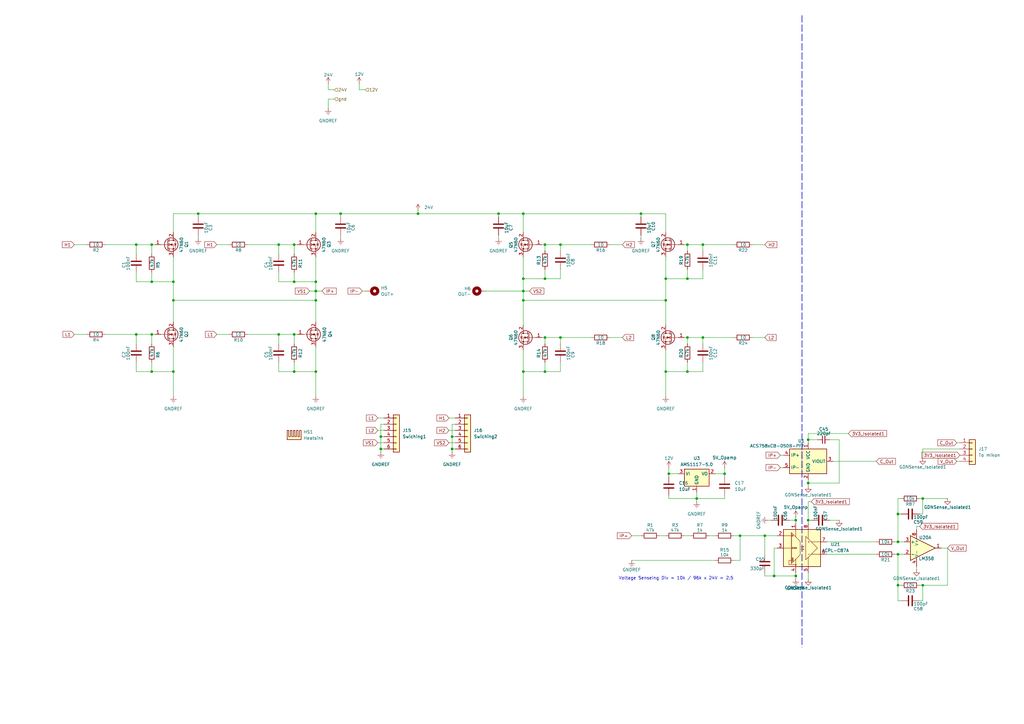
<source format=kicad_sch>
(kicad_sch (version 20250114) (generator "eeschema") (generator_version "9.0")
  (paper "A3")
  (lib_symbols
    (symbol "Amplifier_Operational:LM358" (pin_names (offset 0.127))
      (property "Reference" "U" (at 0 5.08 0))
      (property "Value" "LM358" (at 0 -5.08 0))
      (symbol "LM358_1_1"
        (pin input line (at -7.62 2.54 0) (length 2.54) (name "+") (number "3"))
        (pin input line (at -7.62 -2.54 0) (length 2.54) (name "-") (number "2"))
        (pin output line (at 7.62 0 180) (length 2.54) (name "~") (number "1"))
      )
      (symbol "LM358_2_1"
        (pin input line (at -7.62 2.54 0) (length 2.54) (name "+") (number "5"))
        (pin input line (at -7.62 -2.54 0) (length 2.54) (name "-") (number "6"))
        (pin output line (at 7.62 0 180) (length 2.54) (name "~") (number "7"))
      )
      (symbol "LM358_3_1"
        (pin power_in line (at -2.54 7.62 270) (length 3.81) (name "V+") (number "8"))
        (pin power_in line (at -2.54 -7.62 90) (length 3.81) (name "V-") (number "4"))
      )
    )
    (symbol "Connector_Generic:Conn_01x04" (pin_names (offset 1.016) (hide yes))
      (property "Reference" "J" (at 0 5.08 0))
      (property "Value" "Conn_01x04" (at 0 -7.62 0))
      (symbol "Conn_01x04_1_1"
        (pin passive line (at -5.08 2.54 0) (length 3.81) (name "Pin_1") (number "1"))
        (pin passive line (at -5.08 0 0) (length 3.81) (name "Pin_2") (number "2"))
        (pin passive line (at -5.08 -2.54 0) (length 3.81) (name "Pin_3") (number "3"))
        (pin passive line (at -5.08 -5.08 0) (length 3.81) (name "Pin_4") (number "4"))
      )
    )
    (symbol "Connector_Generic:Conn_01x06" (pin_names (offset 1.016) (hide yes))
      (property "Reference" "J" (at 0 7.62 0))
      (property "Value" "Conn_01x06" (at 0 -10.16 0))
      (symbol "Conn_01x06_1_1"
        (pin passive line (at -5.08 5.08 0) (length 3.81) (name "Pin_1") (number "1"))
        (pin passive line (at -5.08 2.54 0) (length 3.81) (name "Pin_2") (number "2"))
        (pin passive line (at -5.08 0 0) (length 3.81) (name "Pin_3") (number "3"))
        (pin passive line (at -5.08 -2.54 0) (length 3.81) (name "Pin_4") (number "4"))
        (pin passive line (at -5.08 -5.08 0) (length 3.81) (name "Pin_5") (number "5"))
        (pin passive line (at -5.08 -7.62 0) (length 3.81) (name "Pin_6") (number "6"))
      )
    )
    (symbol "Device:C" (pin_numbers (hide yes)) (pin_names (offset 0.254))
      (property "Reference" "C" (at 0.635 2.54 0))
      (property "Value" "C" (at 0.635 -2.54 0))
      (symbol "C_1_1"
        (pin passive line (at 0 3.81 270) (length 2.794) (name "~") (number "1"))
        (pin passive line (at 0 -3.81 90) (length 2.794) (name "~") (number "2"))
      )
    )
    (symbol "Device:C_Small" (pin_numbers (hide yes)) (pin_names (offset 0.254) (hide yes))
      (property "Reference" "C" (at 0.254 1.778 0))
      (property "Value" "C_Small" (at 0.254 -2.032 0))
      (symbol "C_Small_1_1"
        (pin passive line (at 0 2.54 270) (length 2.032) (name "~") (number "1"))
        (pin passive line (at 0 -2.54 90) (length 2.032) (name "~") (number "2"))
      )
    )
    (symbol "Device:R" (pin_numbers (hide yes)) (pin_names (offset 0))
      (property "Reference" "R" (at 2.032 0 90))
      (property "Value" "R" (at 0 0 90))
      (symbol "R_1_1"
        (pin passive line (at 0 3.81 270) (length 1.27) (name "~") (number "1"))
        (pin passive line (at 0 -3.81 90) (length 1.27) (name "~") (number "2"))
      )
    )
    (symbol "Isolator_Analog:ACPL-C87A" (pin_names (offset 0) (hide yes))
      (property "Reference" "U" (at -5.08 10.795 0))
      (property "Value" "ACPL-C87A" (at -5.08 8.89 0))
      (symbol "ACPL-C87A_0_0"
        (text "IN" (at -3.81 5.08 900) (effects (font (size 0.508 0.508))))
        (text "GND" (at -3.81 -4.699 900) (effects (font (size 0.508 0.508))))
        (text "SHDN" (at -3.048 0 0) (effects (font (size 0.508 0.508))))
      )
      (symbol "ACPL-C87A_1_1"
        (pin input line (at -10.16 5.08 0) (length 2.54) (name "IN") (number "2"))
        (pin input line (at -10.16 0 0) (length 2.54) (name "IN-") (number "3"))
        (pin power_in line (at -2.54 10.16 270) (length 2.54) (name "VDD1") (number "1"))
        (pin power_in line (at -2.54 -10.16 90) (length 2.54) (name "GND1") (number "4"))
        (pin power_in line (at 2.54 10.16 270) (length 2.54) (name "VDD2") (number "8"))
        (pin power_in line (at 2.54 -10.16 90) (length 2.54) (name "GND2") (number "5"))
        (pin output line (at 10.16 2.54 180) (length 2.54) (name "OUT+") (number "7"))
        (pin output line (at 10.16 -2.54 180) (length 2.54) (name "OUT-") (number "6"))
      )
    )
    (symbol "Mechanical:Heatsink" (pin_names (offset 1.016))
      (property "Reference" "HS" (at 0 5.08 0))
      (property "Value" "Heatsink" (at 0 -1.27 0))
    )
    (symbol "Mechanical:MountingHole_Pad" (pin_numbers (hide yes)) (pin_names (offset 1.016) (hide yes)) (exclude_from_sim yes) (in_bom no)
      (property "Reference" "H" (at 0 6.35 0))
      (property "Value" "MountingHole_Pad" (at 0 4.445 0))
      (symbol "MountingHole_Pad_1_1"
        (pin input line (at 0 -2.54 90) (length 2.54) (name "1") (number "1"))
      )
    )
    (symbol "Regulator_Linear:AMS1117-5.0"
      (property "Reference" "U" (at -3.81 3.175 0))
      (property "Value" "AMS1117-5.0" (at 0 3.175 0))
      (symbol "AMS1117-5.0_1_1"
        (pin power_in line (at -7.62 0 0) (length 2.54) (name "VI") (number "3"))
        (pin power_in line (at 0 -7.62 90) (length 2.54) (name "GND") (number "1"))
        (pin power_out line (at 7.62 0 180) (length 2.54) (name "VO") (number "2"))
      )
    )
    (symbol "Sensor_Current:ACS758xCB-050B-PFF"
      (property "Reference" "U" (at -7.62 6.35 0))
      (property "Value" "ACS758xCB-050B-PFF" (at 2.54 6.35 0))
      (symbol "ACS758xCB-050B-PFF_1_1"
        (pin passive line (at -10.16 2.54 0) (length 2.54) (name "IP+") (number "4"))
        (pin passive line (at -10.16 -2.54 0) (length 2.54) (name "IP-") (number "5"))
        (pin power_in line (at 0 7.62 270) (length 2.54) (name "VCC") (number "1"))
        (pin power_in line (at 0 -7.62 90) (length 2.54) (name "GND") (number "2"))
        (pin output line (at 10.16 0 180) (length 2.54) (name "VIOUT") (number "3"))
      )
    )
    (symbol "Transistor_FET:IRF540N" (pin_names (hide yes))
      (property "Reference" "Q" (at 5.08 1.905 0))
      (property "Value" "IRF540N" (at 5.08 0 0))
      (symbol "IRF540N_1_1"
        (pin input line (at -5.08 0 0) (length 2.54) (name "G") (number "1"))
        (pin passive line (at 2.54 5.08 270) (length 2.54) (name "D") (number "2"))
        (pin passive line (at 2.54 -5.08 90) (length 2.54) (name "S") (number "3"))
      )
    )
    (symbol "power:+48V" (power) (pin_numbers (hide yes)) (pin_names (offset 0) (hide yes))
      (property "Value" "+48V" (at 0 3.556 0))
      (symbol "+48V_1_1"
        (pin power_in line (at 0 0 90) (length 0) (name "~") (number "1"))
      )
    )
    (symbol "power:GND" (power) (pin_numbers (hide yes)) (pin_names (offset 0) (hide yes))
      (property "Value" "GND" (at 0 -3.81 0))
      (symbol "GND_1_1"
        (pin power_in line (at 0 0 270) (length 0) (name "~") (number "1"))
      )
    )
    (symbol "power:GNDREF" (power) (pin_numbers (hide yes)) (pin_names (offset 0) (hide yes))
      (property "Value" "GNDREF" (at 0 -3.81 0))
      (symbol "GNDREF_1_1"
        (pin power_in line (at 0 0 270) (length 0) (name "~") (number "1"))
      )
    )
  )
  (text "Voltage Senseing Div = 10k / 96k x 24V = 2.5\n" (at 253.746 237.236 0) (effects (font (size 1.27 1.27)) (justify left)))
  (junction (at 62.23 115.57))
  (junction (at 214.63 114.3))
  (junction (at 326.39 236.22))
  (junction (at 378.46 240.03))
  (junction (at 273.05 123.19))
  (junction (at 71.12 115.57))
  (junction (at 156.21 184.15))
  (junction (at 71.12 123.19))
  (junction (at 281.94 138.43))
  (junction (at 114.3 137.16))
  (junction (at 223.52 100.33))
  (junction (at 331.47 213.36))
  (junction (at 120.65 100.33))
  (junction (at 313.69 219.71))
  (junction (at 114.3 100.33))
  (junction (at 273.05 114.3))
  (junction (at 262.89 87.63))
  (junction (at 223.52 138.43))
  (junction (at 71.12 152.4))
  (junction (at 62.23 100.33))
  (junction (at 303.53 219.71))
  (junction (at 62.23 152.4))
  (junction (at 185.42 184.15))
  (junction (at 129.54 119.38))
  (junction (at 62.23 137.16))
  (junction (at 171.45 87.63))
  (junction (at 281.94 114.3))
  (junction (at 331.47 180.34))
  (junction (at 317.5 236.22))
  (junction (at 129.54 123.19))
  (junction (at 281.94 100.33))
  (junction (at 229.87 100.33))
  (junction (at 129.54 87.63))
  (junction (at 129.54 152.4))
  (junction (at 214.63 152.4))
  (junction (at 55.88 100.33))
  (junction (at 288.29 100.33))
  (junction (at 120.65 137.16))
  (junction (at 368.3 240.03))
  (junction (at 223.52 114.3))
  (junction (at 214.63 87.63))
  (junction (at 285.75 204.47))
  (junction (at 120.65 115.57))
  (junction (at 326.39 213.36))
  (junction (at 204.47 87.63))
  (junction (at 297.18 194.31))
  (junction (at 229.87 138.43))
  (junction (at 55.88 137.16))
  (junction (at 281.94 152.4))
  (junction (at 214.63 123.19))
  (junction (at 368.3 210.82))
  (junction (at 273.05 152.4))
  (junction (at 331.47 198.12))
  (junction (at 185.42 179.07))
  (junction (at 139.7 87.63))
  (junction (at 378.46 204.47))
  (junction (at 274.32 194.31))
  (junction (at 223.52 152.4))
  (junction (at 368.3 227.33))
  (junction (at 368.3 222.25))
  (junction (at 214.63 119.38))
  (junction (at 129.54 115.57))
  (junction (at 81.28 87.63))
  (junction (at 288.29 138.43))
  (junction (at 156.21 179.07))
  (junction (at 120.65 152.4))
  (wire (pts (xy 273.05 152.4) (xy 281.94 152.4)))
  (wire (pts (xy 214.63 152.4) (xy 223.52 152.4)))
  (wire (pts (xy 134.62 34.29) (xy 134.62 36.83)))
  (wire (pts (xy 368.3 210.82) (xy 368.3 222.25)))
  (wire (pts (xy 43.18 137.16) (xy 55.88 137.16)))
  (wire (pts (xy 288.29 138.43) (xy 300.99 138.43)))
  (wire (pts (xy 274.32 203.2) (xy 274.32 204.47)))
  (wire (pts (xy 331.47 205.74) (xy 332.74 205.74)))
  (wire (pts (xy 120.65 100.33) (xy 121.92 100.33)))
  (wire (pts (xy 331.47 214.63) (xy 331.47 213.36)))
  (wire (pts (xy 326.39 236.22) (xy 326.39 237.49)))
  (wire (pts (xy 368.3 222.25) (xy 370.84 222.25)))
  (wire (pts (xy 147.32 36.83) (xy 149.86 36.83)))
  (wire (pts (xy 229.87 100.33) (xy 229.87 102.87)))
  (wire (pts (xy 62.23 140.97) (xy 62.23 137.16)))
  (wire (pts (xy 229.87 138.43) (xy 229.87 140.97)))
  (wire (pts (xy 331.47 180.34) (xy 331.47 181.61)))
  (wire (pts (xy 339.09 227.33) (xy 359.41 227.33)))
  (wire (pts (xy 223.52 102.87) (xy 223.52 100.33)))
  (wire (pts (xy 331.47 234.95) (xy 331.47 237.49)))
  (wire (pts (xy 229.87 110.49) (xy 229.87 114.3)))
  (wire (pts (xy 367.03 227.33) (xy 368.3 227.33)))
  (wire (pts (xy 293.37 194.31) (xy 297.18 194.31)))
  (wire (pts (xy 30.48 100.33) (xy 35.56 100.33)))
  (wire (pts (xy 129.54 152.4) (xy 129.54 162.56)))
  (wire (pts (xy 297.18 195.58) (xy 297.18 194.31)))
  (wire (pts (xy 331.47 177.8) (xy 331.47 180.34)))
  (wire (pts (xy 273.05 152.4) (xy 273.05 162.56)))
  (wire (pts (xy 331.47 198.12) (xy 344.17 198.12)))
  (wire (pts (xy 184.15 176.53) (xy 186.69 176.53)))
  (wire (pts (xy 288.29 110.49) (xy 288.29 114.3)))
  (wire (pts (xy 62.23 115.57) (xy 71.12 115.57)))
  (wire (pts (xy 259.08 219.71) (xy 262.89 219.71)))
  (wire (pts (xy 127 119.38) (xy 129.54 119.38)))
  (wire (pts (xy 273.05 114.3) (xy 281.94 114.3)))
  (wire (pts (xy 114.3 100.33) (xy 114.3 104.14)))
  (wire (pts (xy 318.77 219.71) (xy 313.69 219.71)))
  (wire (pts (xy 308.61 138.43) (xy 313.69 138.43)))
  (wire (pts (xy 378.46 204.47) (xy 388.62 204.47)))
  (wire (pts (xy 62.23 100.33) (xy 63.5 100.33)))
  (wire (pts (xy 81.28 87.63) (xy 81.28 88.9)))
  (wire (pts (xy 326.39 214.63) (xy 326.39 213.36)))
  (wire (pts (xy 368.3 227.33) (xy 368.3 240.03)))
  (wire (pts (xy 281.94 148.59) (xy 281.94 152.4)))
  (wire (pts (xy 55.88 152.4) (xy 62.23 152.4)))
  (wire (pts (xy 171.45 86.36) (xy 171.45 87.63)))
  (wire (pts (xy 313.69 234.95) (xy 313.69 236.22)))
  (wire (pts (xy 120.65 152.4) (xy 129.54 152.4)))
  (wire (pts (xy 280.67 219.71) (xy 283.21 219.71)))
  (polyline (pts (xy 328.93 6.35) (xy 328.93 265.43)) (stroke (width 0.254) (type dash)))
  (wire (pts (xy 120.65 111.76) (xy 120.65 115.57)))
  (wire (pts (xy 223.52 110.49) (xy 223.52 114.3)))
  (wire (pts (xy 129.54 142.24) (xy 129.54 152.4)))
  (wire (pts (xy 378.46 240.03) (xy 377.19 240.03)))
  (wire (pts (xy 288.29 100.33) (xy 300.99 100.33)))
  (wire (pts (xy 101.6 100.33) (xy 114.3 100.33)))
  (wire (pts (xy 303.53 219.71) (xy 313.69 219.71)))
  (wire (pts (xy 273.05 143.51) (xy 273.05 152.4)))
  (wire (pts (xy 134.62 40.64) (xy 137.16 40.64)))
  (wire (pts (xy 392.43 181.61) (xy 393.7 181.61)))
  (wire (pts (xy 129.54 87.63) (xy 129.54 95.25)))
  (wire (pts (xy 270.51 219.71) (xy 273.05 219.71)))
  (wire (pts (xy 214.63 143.51) (xy 214.63 152.4)))
  (wire (pts (xy 331.47 180.34) (xy 335.28 180.34)))
  (wire (pts (xy 214.63 87.63) (xy 262.89 87.63)))
  (wire (pts (xy 378.46 240.03) (xy 388.62 240.03)))
  (wire (pts (xy 326.39 213.36) (xy 323.85 213.36)))
  (wire (pts (xy 368.3 204.47) (xy 368.3 210.82)))
  (wire (pts (xy 326.39 234.95) (xy 326.39 236.22)))
  (wire (pts (xy 71.12 105.41) (xy 71.12 115.57)))
  (wire (pts (xy 303.53 219.71) (xy 300.99 219.71)))
  (wire (pts (xy 214.63 152.4) (xy 214.63 162.56)))
  (wire (pts (xy 259.08 229.87) (xy 293.37 229.87)))
  (wire (pts (xy 331.47 213.36) (xy 332.74 213.36)))
  (wire (pts (xy 229.87 138.43) (xy 223.52 138.43)))
  (wire (pts (xy 300.99 229.87) (xy 303.53 229.87)))
  (wire (pts (xy 55.88 100.33) (xy 62.23 100.33)))
  (wire (pts (xy 288.29 100.33) (xy 288.29 102.87)))
  (wire (pts (xy 214.63 87.63) (xy 214.63 95.25)))
  (wire (pts (xy 184.15 171.45) (xy 186.69 171.45)))
  (wire (pts (xy 229.87 114.3) (xy 223.52 114.3)))
  (wire (pts (xy 378.46 204.47) (xy 377.19 204.47)))
  (wire (pts (xy 154.94 176.53) (xy 157.48 176.53)))
  (wire (pts (xy 273.05 123.19) (xy 273.05 133.35)))
  (wire (pts (xy 331.47 199.39) (xy 331.47 198.12)))
  (wire (pts (xy 262.89 87.63) (xy 262.89 88.9)))
  (wire (pts (xy 55.88 115.57) (xy 62.23 115.57)))
  (wire (pts (xy 185.42 179.07) (xy 185.42 173.99)))
  (wire (pts (xy 120.65 148.59) (xy 120.65 152.4)))
  (wire (pts (xy 129.54 105.41) (xy 129.54 115.57)))
  (wire (pts (xy 273.05 123.19) (xy 214.63 123.19)))
  (wire (pts (xy 288.29 138.43) (xy 281.94 138.43)))
  (wire (pts (xy 278.13 194.31) (xy 274.32 194.31)))
  (wire (pts (xy 114.3 148.59) (xy 114.3 152.4)))
  (wire (pts (xy 71.12 142.24) (xy 71.12 152.4)))
  (wire (pts (xy 318.77 224.79) (xy 317.5 224.79)))
  (wire (pts (xy 184.15 181.61) (xy 186.69 181.61)))
  (wire (pts (xy 55.88 148.59) (xy 55.88 152.4)))
  (wire (pts (xy 250.19 138.43) (xy 255.27 138.43)))
  (wire (pts (xy 331.47 198.12) (xy 331.47 196.85)))
  (wire (pts (xy 214.63 123.19) (xy 214.63 133.35)))
  (wire (pts (xy 71.12 95.25) (xy 71.12 87.63)))
  (wire (pts (xy 377.19 210.82) (xy 378.46 210.82)))
  (wire (pts (xy 303.53 229.87) (xy 303.53 219.71)))
  (wire (pts (xy 262.89 87.63) (xy 273.05 87.63)))
  (wire (pts (xy 378.46 210.82) (xy 378.46 204.47)))
  (wire (pts (xy 214.63 105.41) (xy 214.63 114.3)))
  (wire (pts (xy 288.29 148.59) (xy 288.29 152.4)))
  (wire (pts (xy 120.65 140.97) (xy 120.65 137.16)))
  (wire (pts (xy 81.28 97.79) (xy 81.28 96.52)))
  (wire (pts (xy 297.18 203.2) (xy 297.18 204.47)))
  (wire (pts (xy 367.03 222.25) (xy 368.3 222.25)))
  (wire (pts (xy 344.17 180.34) (xy 344.17 198.12)))
  (wire (pts (xy 308.61 100.33) (xy 313.69 100.33)))
  (wire (pts (xy 55.88 111.76) (xy 55.88 115.57)))
  (wire (pts (xy 114.3 100.33) (xy 120.65 100.33)))
  (wire (pts (xy 121.92 137.16) (xy 120.65 137.16)))
  (wire (pts (xy 129.54 119.38) (xy 129.54 123.19)))
  (wire (pts (xy 185.42 184.15) (xy 186.69 184.15)))
  (wire (pts (xy 273.05 114.3) (xy 273.05 105.41)))
  (wire (pts (xy 285.75 204.47) (xy 285.75 205.74)))
  (wire (pts (xy 156.21 173.99) (xy 157.48 173.99)))
  (wire (pts (xy 229.87 148.59) (xy 229.87 152.4)))
  (wire (pts (xy 281.94 138.43) (xy 280.67 138.43)))
  (wire (pts (xy 229.87 138.43) (xy 242.57 138.43)))
  (wire (pts (xy 288.29 100.33) (xy 281.94 100.33)))
  (wire (pts (xy 114.3 111.76) (xy 114.3 115.57)))
  (wire (pts (xy 288.29 138.43) (xy 288.29 140.97)))
  (wire (pts (xy 375.92 215.9) (xy 375.92 217.17)))
  (wire (pts (xy 320.04 186.69) (xy 321.31 186.69)))
  (wire (pts (xy 388.62 224.79) (xy 388.62 240.03)))
  (wire (pts (xy 229.87 152.4) (xy 223.52 152.4)))
  (wire (pts (xy 71.12 115.57) (xy 71.12 123.19)))
  (wire (pts (xy 185.42 185.42) (xy 185.42 184.15)))
  (wire (pts (xy 139.7 87.63) (xy 171.45 87.63)))
  (wire (pts (xy 81.28 87.63) (xy 129.54 87.63)))
  (wire (pts (xy 156.21 179.07) (xy 156.21 173.99)))
  (wire (pts (xy 262.89 97.79) (xy 262.89 96.52)))
  (wire (pts (xy 30.48 137.16) (xy 35.56 137.16)))
  (wire (pts (xy 223.52 138.43) (xy 222.25 138.43)))
  (wire (pts (xy 369.57 246.38) (xy 368.3 246.38)))
  (wire (pts (xy 204.47 97.79) (xy 204.47 96.52)))
  (wire (pts (xy 62.23 104.14) (xy 62.23 100.33)))
  (wire (pts (xy 185.42 179.07) (xy 186.69 179.07)))
  (wire (pts (xy 129.54 115.57) (xy 129.54 119.38)))
  (wire (pts (xy 313.69 219.71) (xy 313.69 227.33)))
  (wire (pts (xy 199.39 119.38) (xy 214.63 119.38)))
  (wire (pts (xy 377.19 215.9) (xy 375.92 215.9)))
  (wire (pts (xy 368.3 227.33) (xy 370.84 227.33)))
  (wire (pts (xy 114.3 115.57) (xy 120.65 115.57)))
  (wire (pts (xy 297.18 191.77) (xy 297.18 194.31)))
  (wire (pts (xy 43.18 100.33) (xy 55.88 100.33)))
  (wire (pts (xy 120.65 115.57) (xy 129.54 115.57)))
  (wire (pts (xy 281.94 140.97) (xy 281.94 138.43)))
  (wire (pts (xy 62.23 111.76) (xy 62.23 115.57)))
  (wire (pts (xy 369.57 240.03) (xy 368.3 240.03)))
  (wire (pts (xy 317.5 236.22) (xy 326.39 236.22)))
  (wire (pts (xy 139.7 88.9) (xy 139.7 87.63)))
  (wire (pts (xy 156.21 184.15) (xy 156.21 179.07)))
  (wire (pts (xy 171.45 87.63) (xy 204.47 87.63)))
  (wire (pts (xy 392.43 189.23) (xy 393.7 189.23)))
  (wire (pts (xy 71.12 152.4) (xy 71.12 162.56)))
  (wire (pts (xy 62.23 137.16) (xy 63.5 137.16)))
  (wire (pts (xy 285.75 201.93) (xy 285.75 204.47)))
  (wire (pts (xy 129.54 123.19) (xy 129.54 132.08)))
  (wire (pts (xy 55.88 100.33) (xy 55.88 104.14)))
  (wire (pts (xy 316.23 213.36) (xy 314.96 213.36)))
  (wire (pts (xy 120.65 104.14) (xy 120.65 100.33)))
  (wire (pts (xy 340.36 213.36) (xy 344.17 213.36)))
  (wire (pts (xy 369.57 210.82) (xy 368.3 210.82)))
  (wire (pts (xy 214.63 114.3) (xy 214.63 119.38)))
  (wire (pts (xy 280.67 100.33) (xy 281.94 100.33)))
  (wire (pts (xy 326.39 212.09) (xy 326.39 213.36)))
  (wire (pts (xy 139.7 97.79) (xy 139.7 96.52)))
  (wire (pts (xy 156.21 184.15) (xy 157.48 184.15)))
  (wire (pts (xy 229.87 100.33) (xy 242.57 100.33)))
  (wire (pts (xy 114.3 137.16) (xy 120.65 137.16)))
  (wire (pts (xy 340.36 180.34) (xy 344.17 180.34)))
  (wire (pts (xy 71.12 123.19) (xy 71.12 132.08)))
  (wire (pts (xy 378.46 184.15) (xy 393.7 184.15)))
  (wire (pts (xy 129.54 119.38) (xy 132.08 119.38)))
  (wire (pts (xy 331.47 205.74) (xy 331.47 213.36)))
  (wire (pts (xy 62.23 152.4) (xy 71.12 152.4)))
  (wire (pts (xy 281.94 110.49) (xy 281.94 114.3)))
  (wire (pts (xy 313.69 236.22) (xy 317.5 236.22)))
  (wire (pts (xy 114.3 137.16) (xy 114.3 140.97)))
  (wire (pts (xy 71.12 87.63) (xy 81.28 87.63)))
  (wire (pts (xy 114.3 152.4) (xy 120.65 152.4)))
  (wire (pts (xy 156.21 179.07) (xy 157.48 179.07)))
  (wire (pts (xy 204.47 87.63) (xy 214.63 87.63)))
  (wire (pts (xy 273.05 114.3) (xy 273.05 123.19)))
  (wire (pts (xy 214.63 114.3) (xy 223.52 114.3)))
  (wire (pts (xy 274.32 204.47) (xy 285.75 204.47)))
  (wire (pts (xy 88.9 137.16) (xy 93.98 137.16)))
  (wire (pts (xy 214.63 119.38) (xy 214.63 123.19)))
  (wire (pts (xy 134.62 44.45) (xy 134.62 40.64)))
  (wire (pts (xy 229.87 100.33) (xy 223.52 100.33)))
  (wire (pts (xy 339.09 222.25) (xy 359.41 222.25)))
  (wire (pts (xy 154.94 171.45) (xy 157.48 171.45)))
  (wire (pts (xy 185.42 173.99) (xy 186.69 173.99)))
  (wire (pts (xy 369.57 204.47) (xy 368.3 204.47)))
  (wire (pts (xy 134.62 36.83) (xy 137.16 36.83)))
  (wire (pts (xy 204.47 87.63) (xy 204.47 88.9)))
  (wire (pts (xy 331.47 177.8) (xy 347.98 177.8)))
  (wire (pts (xy 62.23 148.59) (xy 62.23 152.4)))
  (wire (pts (xy 223.52 100.33) (xy 222.25 100.33)))
  (wire (pts (xy 154.94 181.61) (xy 157.48 181.61)))
  (wire (pts (xy 273.05 87.63) (xy 273.05 95.25)))
  (wire (pts (xy 274.32 194.31) (xy 274.32 195.58)))
  (wire (pts (xy 156.21 185.42) (xy 156.21 184.15)))
  (wire (pts (xy 317.5 224.79) (xy 317.5 236.22)))
  (wire (pts (xy 377.19 246.38) (xy 378.46 246.38)))
  (wire (pts (xy 147.32 34.29) (xy 147.32 36.83)))
  (wire (pts (xy 88.9 100.33) (xy 93.98 100.33)))
  (wire (pts (xy 223.52 140.97) (xy 223.52 138.43)))
  (wire (pts (xy 250.19 100.33) (xy 255.27 100.33)))
  (wire (pts (xy 290.83 219.71) (xy 293.37 219.71)))
  (wire (pts (xy 71.12 123.19) (xy 129.54 123.19)))
  (wire (pts (xy 378.46 246.38) (xy 378.46 240.03)))
  (wire (pts (xy 341.63 189.23) (xy 359.41 189.23)))
  (wire (pts (xy 185.42 184.15) (xy 185.42 179.07)))
  (wire (pts (xy 223.52 148.59) (xy 223.52 152.4)))
  (wire (pts (xy 214.63 119.38) (xy 217.17 119.38)))
  (wire (pts (xy 320.04 191.77) (xy 321.31 191.77)))
  (wire (pts (xy 55.88 137.16) (xy 62.23 137.16)))
  (wire (pts (xy 281.94 102.87) (xy 281.94 100.33)))
  (wire (pts (xy 101.6 137.16) (xy 114.3 137.16)))
  (wire (pts (xy 288.29 152.4) (xy 281.94 152.4)))
  (wire (pts (xy 274.32 191.77) (xy 274.32 194.31)))
  (wire (pts (xy 285.75 204.47) (xy 297.18 204.47)))
  (wire (pts (xy 288.29 114.3) (xy 281.94 114.3)))
  (wire (pts (xy 129.54 87.63) (xy 139.7 87.63)))
  (wire (pts (xy 148.59 119.38) (xy 149.86 119.38)))
  (wire (pts (xy 378.46 184.15) (xy 378.46 187.96)))
  (wire (pts (xy 386.08 224.79) (xy 388.62 224.79)))
  (wire (pts (xy 375.92 232.41) (xy 375.92 233.68)))
  (wire (pts (xy 368.3 246.38) (xy 368.3 240.03)))
  (wire (pts (xy 55.88 137.16) (xy 55.88 140.97)))
  (global_label "3V3_Isolated1" (shape input) (at 347.98 177.8 0) (property "Intersheetrefs" "${INTERSHEET_REFS}" (effects (hide yes))))
  (global_label "L1" (shape input) (at 154.94 171.45 180) (property "Intersheetrefs" "${INTERSHEET_REFS}" (effects (hide yes))))
  (global_label "C_Out" (shape input) (at 392.43 181.61 180) (property "Intersheetrefs" "${INTERSHEET_REFS}" (effects (hide yes))))
  (global_label "V_Out" (shape input) (at 392.43 189.23 180) (property "Intersheetrefs" "${INTERSHEET_REFS}" (effects (hide yes))))
  (global_label "L2" (shape input) (at 154.94 176.53 180) (property "Intersheetrefs" "${INTERSHEET_REFS}" (effects (hide yes))))
  (global_label "H1" (shape input) (at 30.48 100.33 180) (property "Intersheetrefs" "${INTERSHEET_REFS}" (effects (hide yes))))
  (global_label "L2" (shape input) (at 313.69 138.43 0) (property "Intersheetrefs" "${INTERSHEET_REFS}" (effects (hide yes))))
  (global_label "IP-" (shape input) (at 320.04 191.77 180) (property "Intersheetrefs" "${INTERSHEET_REFS}" (effects (hide yes))))
  (global_label "H2" (shape input) (at 313.69 100.33 0) (property "Intersheetrefs" "${INTERSHEET_REFS}" (effects (hide yes))))
  (global_label "IP+" (shape input) (at 320.04 186.69 180) (property "Intersheetrefs" "${INTERSHEET_REFS}" (effects (hide yes))))
  (global_label "3V3_Isolated1" (shape input) (at 393.7 186.69 180) (property "Intersheetrefs" "${INTERSHEET_REFS}" (effects (hide yes))))
  (global_label "3V3_Isolated1" (shape input) (at 332.74 205.74 0) (property "Intersheetrefs" "${INTERSHEET_REFS}" (effects (hide yes))))
  (global_label "L2" (shape input) (at 255.27 138.43 0) (property "Intersheetrefs" "${INTERSHEET_REFS}" (effects (hide yes))))
  (global_label "H2" (shape input) (at 184.15 176.53 180) (property "Intersheetrefs" "${INTERSHEET_REFS}" (effects (hide yes))))
  (global_label "IP-" (shape input) (at 148.59 119.38 180) (property "Intersheetrefs" "${INTERSHEET_REFS}" (effects (hide yes))))
  (global_label "H1" (shape input) (at 88.9 100.33 180) (property "Intersheetrefs" "${INTERSHEET_REFS}" (effects (hide yes))))
  (global_label "VS2" (shape input) (at 184.15 181.61 180) (property "Intersheetrefs" "${INTERSHEET_REFS}" (effects (hide yes))))
  (global_label "3V3_Isolated1" (shape input) (at 377.19 215.9 0) (property "Intersheetrefs" "${INTERSHEET_REFS}" (effects (hide yes))))
  (global_label "IP+" (shape input) (at 259.08 219.71 180) (property "Intersheetrefs" "${INTERSHEET_REFS}" (effects (hide yes))))
  (global_label "L1" (shape input) (at 30.48 137.16 180) (property "Intersheetrefs" "${INTERSHEET_REFS}" (effects (hide yes))))
  (global_label "C_Out" (shape input) (at 359.41 189.23 0) (property "Intersheetrefs" "${INTERSHEET_REFS}" (effects (hide yes))))
  (global_label "VS1" (shape input) (at 154.94 181.61 180) (property "Intersheetrefs" "${INTERSHEET_REFS}" (effects (hide yes))))
  (global_label "V_Out" (shape input) (at 388.62 224.79 0) (property "Intersheetrefs" "${INTERSHEET_REFS}" (effects (hide yes))))
  (global_label "H2" (shape input) (at 255.27 100.33 0) (property "Intersheetrefs" "${INTERSHEET_REFS}" (effects (hide yes))))
  (global_label "VS2" (shape input) (at 217.17 119.38 0) (property "Intersheetrefs" "${INTERSHEET_REFS}" (effects (hide yes))))
  (global_label "H1" (shape input) (at 184.15 171.45 180) (property "Intersheetrefs" "${INTERSHEET_REFS}" (effects (hide yes))))
  (global_label "VS1" (shape input) (at 127 119.38 180) (property "Intersheetrefs" "${INTERSHEET_REFS}" (effects (hide yes))))
  (global_label "L1" (shape input) (at 88.9 137.16 180) (property "Intersheetrefs" "${INTERSHEET_REFS}" (effects (hide yes))))
  (global_label "IP+" (shape input) (at 132.08 119.38 0) (property "Intersheetrefs" "${INTERSHEET_REFS}" (effects (hide yes))))
  (hierarchical_label "gnd" (shape input) (at 137.16 40.64 0))
  (hierarchical_label "24V" (shape input) (at 137.16 36.83 0))
  (hierarchical_label "12V" (shape input) (at 149.86 36.83 0))
  (symbol (lib_id "Device:C") (at 55.88 107.95 0) (unit 1)
    (property "Reference" "C1" (at 50.8 109.982 90) (effects (justify left)))
    (property "Value" "100nF" (at 52.578 110.998 90) (effects (justify left)))
    (property "Footprint" "Capacitor_SMD:C_0805_2012Metric" (effects (hide yes)))
    (property "Description" "Unpolarized capacitor" (effects (hide yes)))
  )
  (symbol (lib_id "Device:R") (at 246.38 100.33 270) (mirror x) (unit 1)
    (property "Reference" "R16" (at 246.38 102.616 90))
    (property "Value" "10" (at 246.38 100.33 90))
    (property "Footprint" "Resistor_SMD:R_0805_2012Metric" (effects (hide yes)))
    (property "Description" "Resistor" (effects (hide yes)))
  )
  (symbol (lib_id "Device:R") (at 297.18 229.87 90) (unit 1)
    (property "Reference" "R15" (at 297.18 225.552 90))
    (property "Value" "10k" (at 297.18 227.584 90))
    (property "Footprint" "Resistor_SMD:R_1206_3216Metric" (effects (hide yes)))
    (property "Description" "Resistor" (effects (hide yes)))
  )
  (symbol (lib_id "Device:R") (at 120.65 107.95 180) (unit 1)
    (property "Reference" "R11" (at 123.19 109.982 90) (effects (justify right)))
    (property "Value" "47k" (at 120.65 109.728 90) (effects (justify right)))
    (property "Footprint" "Resistor_SMD:R_0805_2012Metric" (effects (hide yes)))
    (property "Description" "Resistor" (effects (hide yes)))
  )
  (symbol (lib_id "Device:C") (at 114.3 144.78 0) (unit 1)
    (property "Reference" "C5" (at 109.22 146.812 90) (effects (justify left)))
    (property "Value" "100nF" (at 110.998 147.828 90) (effects (justify left)))
    (property "Footprint" "Capacitor_SMD:C_0805_2012Metric" (effects (hide yes)))
    (property "Description" "Unpolarized capacitor" (effects (hide yes)))
  )
  (symbol (lib_id "Device:R") (at 281.94 144.78 0) (mirror x) (unit 1)
    (property "Reference" "R20" (at 279.4 146.812 90) (effects (justify right)))
    (property "Value" "47k" (at 281.94 146.558 90) (effects (justify right)))
    (property "Footprint" "Resistor_SMD:R_0805_2012Metric" (effects (hide yes)))
    (property "Description" "Resistor" (effects (hide yes)))
  )
  (symbol (lib_id "Device:C") (at 204.47 92.71 0) (mirror y) (unit 1)
    (property "Reference" "C7" (at 209.55 94.742 90) (effects (justify left)))
    (property "Value" "10uF" (at 207.772 95.758 90) (effects (justify left)))
    (property "Footprint" "Capacitor_SMD:C_1210_3225Metric" (effects (hide yes)))
    (property "Description" "Unpolarized capacitor" (effects (hide yes)))
  )
  (symbol (lib_id "Device:R") (at 62.23 144.78 180) (unit 1)
    (property "Reference" "R6" (at 64.77 146.812 90) (effects (justify right)))
    (property "Value" "47k" (at 62.23 146.558 90) (effects (justify right)))
    (property "Footprint" "Resistor_SMD:R_0805_2012Metric" (effects (hide yes)))
    (property "Description" "Resistor" (effects (hide yes)))
  )
  (symbol (lib_id "Amplifier_Operational:LM358") (at 378.46 224.79 0) (unit 3)
    (property "Reference" "U20" (effects (hide yes)))
    (property "Value" "LM358" (effects (hide yes)))
    (property "Footprint" "Package_SO:SOIC-8_3.9x4.9mm_P1.27mm" (effects (hide yes)))
    (property "Datasheet" "http://www.ti.com/lit/ds/symlink/lm2904-n.pdf" (effects (hide yes)))
    (property "Description" "Low-Power, Dual Operational Amplifiers, DIP-8/SOIC-8/TO-99-8" (effects (hide yes)))
  )
  (symbol (lib_id "power:GNDREF") (at 156.21 185.42 0) (unit 1)
    (property "Reference" "#PWR025" (effects (hide yes)))
    (property "Value" "GNDREF" (at 156.21 190.5 0))
    (property "Description" "Power symbol creates a global label with name \"GNDREF\" , reference supply ground" (effects (hide yes)))
  )
  (symbol (lib_id "power:GNDREF") (at 259.08 229.87 0) (unit 1)
    (property "Reference" "#PWR08" (effects (hide yes)))
    (property "Value" "GNDREF" (at 259.08 233.68 0))
    (property "Description" "Power symbol creates a global label with name \"GNDREF\" , reference supply ground" (effects (hide yes)))
  )
  (symbol (lib_id "power:GND") (at 378.46 187.96 0) (unit 1)
    (property "Reference" "#PWR0173" (effects (hide yes)))
    (property "Value" "GDNSense_Isolated1" (at 378.46 191.516 0))
    (property "Description" "Power symbol creates a global label with name \"GND\" , ground" (effects (hide yes)))
  )
  (symbol (lib_id "power:GNDREF") (at 204.47 97.79 0) (unit 1)
    (property "Reference" "#PWR011" (effects (hide yes)))
    (property "Value" "GNDREF" (at 204.47 102.87 0))
    (property "Description" "Power symbol creates a global label with name \"GNDREF\" , reference supply ground" (effects (hide yes)))
  )
  (symbol (lib_id "Device:C") (at 81.28 92.71 0) (mirror y) (unit 1)
    (property "Reference" "C3" (at 86.36 94.742 90) (effects (justify left)))
    (property "Value" "10uF" (at 84.582 95.758 90) (effects (justify left)))
    (property "Footprint" "Capacitor_SMD:C_1210_3225Metric" (effects (hide yes)))
    (property "Description" "Unpolarized capacitor" (effects (hide yes)))
  )
  (symbol (lib_id "Device:R") (at 223.52 144.78 0) (mirror x) (unit 1)
    (property "Reference" "R14" (at 220.98 146.812 90) (effects (justify right)))
    (property "Value" "47k" (at 223.52 146.558 90) (effects (justify right)))
    (property "Footprint" "Resistor_SMD:R_0805_2012Metric" (effects (hide yes)))
    (property "Description" "Resistor" (effects (hide yes)))
  )
  (symbol (lib_id "power:GNDREF") (at 139.7 97.79 0) (unit 1)
    (property "Reference" "#PWR07" (effects (hide yes)))
    (property "Value" "GNDREF" (at 139.7 102.87 0))
    (property "Description" "Power symbol creates a global label with name \"GNDREF\" , reference supply ground" (effects (hide yes)))
  )
  (symbol (lib_id "Device:R") (at 297.18 219.71 90) (unit 1)
    (property "Reference" "R9" (at 297.18 215.392 90))
    (property "Value" "1k" (at 297.18 217.424 90))
    (property "Footprint" "Resistor_SMD:R_1206_3216Metric" (effects (hide yes)))
    (property "Description" "Resistor" (effects (hide yes)))
  )
  (symbol (lib_id "Device:R") (at 266.7 219.71 90) (unit 1)
    (property "Reference" "R1" (at 266.7 215.392 90))
    (property "Value" "47k" (at 266.7 217.424 90))
    (property "Footprint" "Resistor_SMD:R_1206_3216Metric" (effects (hide yes)))
    (property "Description" "Resistor" (effects (hide yes)))
  )
  (symbol (lib_id "Device:C") (at 274.32 199.39 180) (unit 1)
    (property "Reference" "C16" (at 278.4037 198.1199 0) (effects (justify right)))
    (property "Value" "10uF" (at 278.4037 200.6599 0) (effects (justify right)))
    (property "Footprint" "Capacitor_SMD:C_0805_2012Metric" (effects (hide yes)))
    (property "Description" "Unpolarized capacitor" (effects (hide yes)))
  )
  (symbol (lib_id "power:GNDREF") (at 326.39 237.49 0) (unit 1)
    (property "Reference" "#PWR0160" (effects (hide yes)))
    (property "Value" "GNDREF" (at 326.39 241.3 0))
    (property "Description" "Power symbol creates a global label with name \"GNDREF\" , reference supply ground" (effects (hide yes)))
  )
  (symbol (lib_id "Device:R") (at 373.38 204.47 270) (mirror x) (unit 1)
    (property "Reference" "R87" (at 373.38 206.756 90))
    (property "Value" "10k" (at 373.38 204.47 90))
    (property "Footprint" "Resistor_SMD:R_0805_2012Metric" (effects (hide yes)))
    (property "Description" "Resistor" (effects (hide yes)))
  )
  (symbol (lib_id "Transistor_FET:IRF540N") (at 68.58 100.33 0) (unit 1)
    (property "Reference" "Q1" (at 76.454 101.6 90) (effects (justify left)))
    (property "Value" "47N60" (at 74.422 103.632 90) (effects (justify left)))
    (property "Footprint" "Package_TO_SOT_THT:TO-247-3_Horizontal_TabDown" (effects (hide yes)))
    (property "Datasheet" "http://www.irf.com/product-info/datasheets/data/irf540n.pdf" (effects (hide yes)))
    (property "Description" "33A Id, 100V Vds, HEXFET N-Channel MOSFET, TO-220" (effects (hide yes)))
  )
  (symbol (lib_id "power:GNDREF") (at 314.96 213.36 270) (unit 1)
    (property "Reference" "#PWR0161" (effects (hide yes)))
    (property "Value" "GNDREF" (at 311.15 213.36 0))
    (property "Description" "Power symbol creates a global label with name \"GNDREF\" , reference supply ground" (effects (hide yes)))
  )
  (symbol (lib_id "power:GNDREF") (at 134.62 44.45 0) (unit 1)
    (property "Reference" "#PWR06" (effects (hide yes)))
    (property "Value" "GNDREF" (at 134.62 49.53 0))
    (property "Description" "Power symbol creates a global label with name \"GNDREF\" , reference supply ground" (effects (hide yes)))
  )
  (symbol (lib_id "Regulator_Linear:AMS1117-5.0") (at 285.75 194.31 0) (unit 1)
    (property "Reference" "U3" (at 285.75 187.96 0))
    (property "Value" "AMS1117-5.0" (at 285.75 190.5 0))
    (property "Footprint" "Package_TO_SOT_SMD:SOT-223-3_TabPin2" (effects (hide yes)))
    (property "Datasheet" "http://www.advanced-monolithic.com/pdf/ds1117.pdf" (effects (hide yes)))
    (property "Description" "1A Low Dropout regulator, positive, 5.0V fixed output, SOT-223" (effects (hide yes)))
  )
  (symbol (lib_id "power:GND") (at 331.47 237.49 0) (unit 1)
    (property "Reference" "#PWR0157" (effects (hide yes)))
    (property "Value" "GDNSense_Isolated1" (at 331.47 241.046 0))
    (property "Description" "Power symbol creates a global label with name \"GND\" , ground" (effects (hide yes)))
  )
  (symbol (lib_id "Device:C_Small") (at 337.82 180.34 90) (unit 1)
    (property "Reference" "C45" (at 337.82 176.022 90))
    (property "Value" "220pf" (at 337.82 177.8 90))
    (property "Footprint" "Capacitor_SMD:C_0805_2012Metric" (effects (hide yes)))
  )
  (symbol (lib_id "Device:R") (at 223.52 106.68 0) (mirror x) (unit 1)
    (property "Reference" "R13" (at 220.98 108.712 90) (effects (justify right)))
    (property "Value" "47k" (at 223.52 108.458 90) (effects (justify right)))
    (property "Footprint" "Resistor_SMD:R_0805_2012Metric" (effects (hide yes)))
    (property "Description" "Resistor" (effects (hide yes)))
  )
  (symbol (lib_id "Device:C") (at 288.29 144.78 0) (mirror y) (unit 1)
    (property "Reference" "C12" (at 293.37 146.812 90) (effects (justify left)))
    (property "Value" "100nF" (at 291.592 147.828 90) (effects (justify left)))
    (property "Footprint" "Capacitor_SMD:C_0805_2012Metric" (effects (hide yes)))
    (property "Description" "Unpolarized capacitor" (effects (hide yes)))
  )
  (symbol (lib_id "Device:R") (at 39.37 137.16 90) (unit 1)
    (property "Reference" "R4" (at 39.37 139.446 90))
    (property "Value" "10" (at 39.37 137.16 90))
    (property "Footprint" "Resistor_SMD:R_0805_2012Metric" (effects (hide yes)))
    (property "Description" "Resistor" (effects (hide yes)))
  )
  (symbol (lib_id "Device:C") (at 373.38 210.82 270) (unit 1)
    (property "Reference" "C59" (at 374.65 214.122 90) (effects (justify left)))
    (property "Value" "100pF" (at 374.65 212.09 90) (effects (justify left)))
    (property "Footprint" "Capacitor_SMD:C_0805_2012Metric" (effects (hide yes)))
    (property "Description" "Unpolarized capacitor" (effects (hide yes)))
  )
  (symbol (lib_id "Sensor_Current:ACS758xCB-050B-PFF") (at 331.47 189.23 0) (unit 1)
    (property "Reference" "U1" (at 328.676 180.848 0))
    (property "Value" "ACS758xCB-050B-PFF" (at 318.77 182.88 0))
    (property "Footprint" "Sensor_Current:Allegro_CB_PFF" (effects (hide yes)))
    (property "Datasheet" "http://www.allegromicro.com/~/media/Files/Datasheets/ACS758-Datasheet.ashx?la=en" (effects (hide yes)))
    (property "Description" "±50A Bidirectional Hall-Effect Current Sensor, +5.0V supply, 40mV/A, CB-5 PFF" (effects (hide yes)))
  )
  (symbol (lib_id "power:GNDREF") (at 214.63 162.56 0) (unit 1)
    (property "Reference" "#PWR012" (effects (hide yes)))
    (property "Value" "GNDREF" (at 214.63 167.64 0))
    (property "Description" "Power symbol creates a global label with name \"GNDREF\" , reference supply ground" (effects (hide yes)))
  )
  (symbol (lib_id "Device:R") (at 97.79 100.33 90) (unit 1)
    (property "Reference" "R8" (at 97.79 102.616 90))
    (property "Value" "10" (at 97.79 100.33 90))
    (property "Footprint" "Resistor_SMD:R_0805_2012Metric" (effects (hide yes)))
    (property "Description" "Resistor" (effects (hide yes)))
  )
  (symbol (lib_id "power:GNDREF") (at 285.75 205.74 0) (unit 1)
    (property "Reference" "#PWR029" (effects (hide yes)))
    (property "Value" "GNDREF" (at 285.75 210.82 0))
    (property "Description" "Power symbol creates a global label with name \"GNDREF\" , reference supply ground" (effects (hide yes)))
  )
  (symbol (lib_id "Transistor_FET:IRF540N") (at 275.59 100.33 0) (mirror y) (unit 1)
    (property "Reference" "Q7" (at 267.97 101.6 90) (effects (justify left)))
    (property "Value" "47N60" (at 270.002 103.632 90) (effects (justify left)))
    (property "Footprint" "Package_TO_SOT_THT:TO-247-3_Horizontal_TabDown" (effects (hide yes)))
    (property "Datasheet" "http://www.irf.com/product-info/datasheets/data/irf540n.pdf" (effects (hide yes)))
    (property "Description" "33A Id, 100V Vds, HEXFET N-Channel MOSFET, TO-220" (effects (hide yes)))
  )
  (symbol (lib_id "Device:R") (at 120.65 144.78 180) (unit 1)
    (property "Reference" "R12" (at 123.19 146.812 90) (effects (justify right)))
    (property "Value" "47k" (at 120.65 146.558 90) (effects (justify right)))
    (property "Footprint" "Resistor_SMD:R_0805_2012Metric" (effects (hide yes)))
    (property "Description" "Resistor" (effects (hide yes)))
  )
  (symbol (lib_id "Device:C") (at 229.87 106.68 0) (mirror y) (unit 1)
    (property "Reference" "C8" (at 234.95 108.712 90) (effects (justify left)))
    (property "Value" "100nF" (at 233.172 109.728 90) (effects (justify left)))
    (property "Footprint" "Capacitor_SMD:C_0805_2012Metric" (effects (hide yes)))
    (property "Description" "Unpolarized capacitor" (effects (hide yes)))
  )
  (symbol (lib_id "Device:R") (at 373.38 240.03 270) (mirror x) (unit 1)
    (property "Reference" "R23" (at 373.38 242.316 90))
    (property "Value" "10k" (at 373.38 240.03 90))
    (property "Footprint" "Resistor_SMD:R_0805_2012Metric" (effects (hide yes)))
    (property "Description" "Resistor" (effects (hide yes)))
  )
  (symbol (lib_id "power:+48V") (at 134.62 34.29 0) (unit 1)
    (property "Reference" "#PWR05" (effects (hide yes)))
    (property "Value" "24V" (at 134.62 30.734 0))
    (property "Description" "Power symbol creates a global label with name \"+48V\"" (effects (hide yes)))
  )
  (symbol (lib_id "Device:R") (at 304.8 100.33 270) (mirror x) (unit 1)
    (property "Reference" "R22" (at 304.8 102.616 90))
    (property "Value" "10" (at 304.8 100.33 90))
    (property "Footprint" "Resistor_SMD:R_0805_2012Metric" (effects (hide yes)))
    (property "Description" "Resistor" (effects (hide yes)))
  )
  (symbol (lib_id "power:GNDREF") (at 273.05 162.56 0) (unit 1)
    (property "Reference" "#PWR018" (effects (hide yes)))
    (property "Value" "GNDREF" (at 273.05 167.64 0))
    (property "Description" "Power symbol creates a global label with name \"GNDREF\" , reference supply ground" (effects (hide yes)))
  )
  (symbol (lib_id "power:+48V") (at 171.45 86.36 0) (unit 1)
    (property "Reference" "#PWR010" (effects (hide yes)))
    (property "Value" "24V" (at 173.99 85.0899 0) (effects (justify left)))
    (property "Description" "Power symbol creates a global label with name \"+48V\"" (effects (hide yes)))
  )
  (symbol (lib_id "Mechanical:Heatsink") (at 120.65 180.34 0) (unit 1)
    (property "Reference" "HS1" (at 124.46 177.1649 0) (effects (justify left)))
    (property "Value" "Heatsink" (at 124.46 179.7049 0) (effects (justify left)))
    (property "Footprint" "Heatsink_Custom:Heatsink_120x95x30mm" (effects (hide yes)))
    (property "Description" "Heatsink" (effects (hide yes)))
  )
  (symbol (lib_id "Device:C") (at 139.7 92.71 0) (mirror y) (unit 1)
    (property "Reference" "C6" (at 144.78 94.742 90) (effects (justify left)))
    (property "Value" "10uF" (at 143.002 95.758 90) (effects (justify left)))
    (property "Footprint" "Capacitor_SMD:C_1210_3225Metric" (effects (hide yes)))
    (property "Description" "Unpolarized capacitor" (effects (hide yes)))
  )
  (symbol (lib_id "Transistor_FET:IRF540N") (at 68.58 137.16 0) (unit 1)
    (property "Reference" "Q2" (at 76.454 138.43 90) (effects (justify left)))
    (property "Value" "47N60" (at 74.422 140.462 90) (effects (justify left)))
    (property "Footprint" "Package_TO_SOT_THT:TO-247-3_Horizontal_TabDown" (effects (hide yes)))
    (property "Datasheet" "http://www.irf.com/product-info/datasheets/data/irf540n.pdf" (effects (hide yes)))
    (property "Description" "33A Id, 100V Vds, HEXFET N-Channel MOSFET, TO-220" (effects (hide yes)))
  )
  (symbol (lib_id "Device:R") (at 276.86 219.71 90) (unit 1)
    (property "Reference" "R3" (at 276.86 215.392 90))
    (property "Value" "47k" (at 276.86 217.424 90))
    (property "Footprint" "Resistor_SMD:R_1206_3216Metric" (effects (hide yes)))
    (property "Description" "Resistor" (effects (hide yes)))
  )
  (symbol (lib_id "Transistor_FET:IRF540N") (at 217.17 138.43 0) (mirror y) (unit 1)
    (property "Reference" "Q6" (at 209.55 139.7 90) (effects (justify left)))
    (property "Value" "47N60" (at 211.582 141.732 90) (effects (justify left)))
    (property "Footprint" "Package_TO_SOT_THT:TO-247-3_Horizontal_TabDown" (effects (hide yes)))
    (property "Datasheet" "http://www.irf.com/product-info/datasheets/data/irf540n.pdf" (effects (hide yes)))
    (property "Description" "33A Id, 100V Vds, HEXFET N-Channel MOSFET, TO-220" (effects (hide yes)))
  )
  (symbol (lib_id "Device:C") (at 262.89 92.71 0) (mirror y) (unit 1)
    (property "Reference" "C10" (at 267.97 94.742 90) (effects (justify left)))
    (property "Value" "10uF" (at 266.192 95.758 90) (effects (justify left)))
    (property "Footprint" "Capacitor_SMD:C_1210_3225Metric" (effects (hide yes)))
    (property "Description" "Unpolarized capacitor" (effects (hide yes)))
  )
  (symbol (lib_id "Device:C") (at 229.87 144.78 0) (mirror y) (unit 1)
    (property "Reference" "C9" (at 234.95 146.812 90) (effects (justify left)))
    (property "Value" "100nF" (at 233.172 147.828 90) (effects (justify left)))
    (property "Footprint" "Capacitor_SMD:C_0805_2012Metric" (effects (hide yes)))
    (property "Description" "Unpolarized capacitor" (effects (hide yes)))
  )
  (symbol (lib_id "Device:R") (at 363.22 222.25 270) (mirror x) (unit 1)
    (property "Reference" "R17" (effects (hide yes)))
    (property "Value" "10k" (at 363.22 222.25 90))
    (property "Footprint" "Resistor_SMD:R_0805_2012Metric" (effects (hide yes)))
    (property "Description" "Resistor" (effects (hide yes)))
  )
  (symbol (lib_id "power:GND") (at 344.17 213.36 0) (unit 1)
    (property "Reference" "#PWR0168" (effects (hide yes)))
    (property "Value" "GDNSense_Isolated1" (at 344.17 216.916 0))
    (property "Description" "Power symbol creates a global label with name \"GND\" , ground" (effects (hide yes)))
  )
  (symbol (lib_id "Transistor_FET:IRF540N") (at 275.59 138.43 0) (mirror y) (unit 1)
    (property "Reference" "Q8" (at 267.97 139.7 90) (effects (justify left)))
    (property "Value" "47N60" (at 270.002 141.732 90) (effects (justify left)))
    (property "Footprint" "Package_TO_SOT_THT:TO-247-3_Horizontal_TabDown" (effects (hide yes)))
    (property "Datasheet" "http://www.irf.com/product-info/datasheets/data/irf540n.pdf" (effects (hide yes)))
    (property "Description" "33A Id, 100V Vds, HEXFET N-Channel MOSFET, TO-220" (effects (hide yes)))
  )
  (symbol (lib_id "Transistor_FET:IRF540N") (at 217.17 100.33 0) (mirror y) (unit 1)
    (property "Reference" "Q5" (at 209.55 101.854 90) (effects (justify left)))
    (property "Value" "47N60" (at 211.582 103.632 90) (effects (justify left)))
    (property "Footprint" "Package_TO_SOT_THT:TO-247-3_Horizontal_TabDown" (effects (hide yes)))
    (property "Datasheet" "http://www.irf.com/product-info/datasheets/data/irf540n.pdf" (effects (hide yes)))
    (property "Description" "33A Id, 100V Vds, HEXFET N-Channel MOSFET, TO-220" (effects (hide yes)))
  )
  (symbol (lib_id "Connector_Generic:Conn_01x06") (at 162.56 176.53 0) (unit 1)
    (property "Reference" "J15" (at 165.1 176.5299 0) (effects (justify left)))
    (property "Value" "Swiching1" (at 165.1 179.0699 0) (effects (justify left)))
    (property "Footprint" "Connector_Molex:Molex_Mini-Fit_Jr_5566-06A_2x03_P4.20mm_Vertical" (effects (hide yes)))
    (property "Description" "Generic connector, single row, 01x06, script generated (kicad-library-utils/schlib/autogen/connector/)" (effects (hide yes)))
  )
  (symbol (lib_id "Mechanical:MountingHole_Pad") (at 196.85 119.38 90) (unit 1) (exclude_from_sim yes) (in_bom no)
    (property "Reference" "H6" (at 191.77 118.364 90))
    (property "Value" "OUT-" (at 190.5 120.65 90))
    (property "Footprint" "Terminal_SMD_M5:TerminalSMD_M5" (effects (hide yes)))
    (property "Description" "Mounting Hole with connection" (effects (hide yes)))
  )
  (symbol (lib_id "Device:R") (at 246.38 138.43 270) (mirror x) (unit 1)
    (property "Reference" "R18" (at 246.38 140.716 90))
    (property "Value" "10" (at 246.38 138.43 90))
    (property "Footprint" "Resistor_SMD:R_0805_2012Metric" (effects (hide yes)))
    (property "Description" "Resistor" (effects (hide yes)))
  )
  (symbol (lib_id "Connector_Generic:Conn_01x06") (at 191.77 176.53 0) (unit 1)
    (property "Reference" "J16" (at 194.31 176.5299 0) (effects (justify left)))
    (property "Value" "Swiching2" (at 194.31 179.0699 0) (effects (justify left)))
    (property "Footprint" "Connector_Molex:Molex_Mini-Fit_Jr_5566-06A_2x03_P4.20mm_Vertical" (effects (hide yes)))
    (property "Description" "Generic connector, single row, 01x06, script generated (kicad-library-utils/schlib/autogen/connector/)" (effects (hide yes)))
  )
  (symbol (lib_id "Device:R") (at 97.79 137.16 90) (unit 1)
    (property "Reference" "R10" (at 97.79 139.446 90))
    (property "Value" "10" (at 97.79 137.16 90))
    (property "Footprint" "Resistor_SMD:R_0805_2012Metric" (effects (hide yes)))
    (property "Description" "Resistor" (effects (hide yes)))
  )
  (symbol (lib_id "power:GND") (at 375.92 233.68 0) (unit 1)
    (property "Reference" "#PWR085" (effects (hide yes)))
    (property "Value" "GDNSense_Isolated1" (at 375.92 237.236 0))
    (property "Description" "Power symbol creates a global label with name \"GND\" , ground" (effects (hide yes)))
  )
  (symbol (lib_id "Device:R") (at 304.8 138.43 270) (mirror x) (unit 1)
    (property "Reference" "R24" (at 304.8 140.716 90))
    (property "Value" "10" (at 304.8 138.43 90))
    (property "Footprint" "Resistor_SMD:R_0805_2012Metric" (effects (hide yes)))
    (property "Description" "Resistor" (effects (hide yes)))
  )
  (symbol (lib_id "power:GND") (at 388.62 204.47 0) (unit 1)
    (property "Reference" "#PWR084" (effects (hide yes)))
    (property "Value" "GDNSense_Isolated1" (at 388.62 208.026 0))
    (property "Description" "Power symbol creates a global label with name \"GND\" , ground" (effects (hide yes)))
  )
  (symbol (lib_id "power:GNDREF") (at 71.12 162.56 0) (unit 1)
    (property "Reference" "#PWR01" (effects (hide yes)))
    (property "Value" "GNDREF" (at 71.12 167.64 0))
    (property "Description" "Power symbol creates a global label with name \"GNDREF\" , reference supply ground" (effects (hide yes)))
  )
  (symbol (lib_id "Device:R") (at 287.02 219.71 90) (unit 1)
    (property "Reference" "R7" (at 287.02 215.392 90))
    (property "Value" "1k" (at 287.02 217.424 90))
    (property "Footprint" "Resistor_SMD:R_1206_3216Metric" (effects (hide yes)))
    (property "Description" "Resistor" (effects (hide yes)))
  )
  (symbol (lib_id "Mechanical:MountingHole_Pad") (at 152.4 119.38 270) (unit 1) (exclude_from_sim yes) (in_bom no)
    (property "Reference" "H5" (at 156.21 118.1099 90) (effects (justify left)))
    (property "Value" "OUT+" (at 156.21 120.6499 90) (effects (justify left)))
    (property "Footprint" "Terminal_SMD_M5:TerminalSMD_M5" (effects (hide yes)))
    (property "Description" "Mounting Hole with connection" (effects (hide yes)))
  )
  (symbol (lib_id "Device:C") (at 288.29 106.68 0) (mirror y) (unit 1)
    (property "Reference" "C11" (at 293.37 108.712 90) (effects (justify left)))
    (property "Value" "100nF" (at 291.592 109.728 90) (effects (justify left)))
    (property "Footprint" "Capacitor_SMD:C_0805_2012Metric" (effects (hide yes)))
    (property "Description" "Unpolarized capacitor" (effects (hide yes)))
  )
  (symbol (lib_id "power:+48V") (at 274.32 191.77 0) (unit 1)
    (property "Reference" "#PWR019" (effects (hide yes)))
    (property "Value" "12V" (at 274.32 187.96 0))
    (property "Description" "Power symbol creates a global label with name \"+48V\"" (effects (hide yes)))
  )
  (symbol (lib_id "Device:C") (at 336.55 213.36 270) (unit 1)
    (property "Reference" "C57" (at 338.582 209.55 0) (effects (justify left)))
    (property "Value" "100nF" (at 334.518 207.264 0) (effects (justify left)))
    (property "Footprint" "Capacitor_SMD:C_0805_2012Metric" (effects (hide yes)))
    (property "Description" "Unpolarized capacitor" (effects (hide yes)))
  )
  (symbol (lib_id "Device:C") (at 297.18 199.39 180) (unit 1)
    (property "Reference" "C17" (at 301.2637 198.1199 0) (effects (justify right)))
    (property "Value" "10uF" (at 301.2637 200.6599 0) (effects (justify right)))
    (property "Footprint" "Capacitor_SMD:C_0805_2012Metric" (effects (hide yes)))
    (property "Description" "Unpolarized capacitor" (effects (hide yes)))
  )
  (symbol (lib_id "Device:R") (at 39.37 100.33 90) (unit 1)
    (property "Reference" "R2" (at 39.37 102.616 90))
    (property "Value" "10" (at 39.37 100.33 90))
    (property "Footprint" "Resistor_SMD:R_0805_2012Metric" (effects (hide yes)))
    (property "Description" "Resistor" (effects (hide yes)))
  )
  (symbol (lib_id "power:GNDREF") (at 129.54 162.56 0) (unit 1)
    (property "Reference" "#PWR03" (effects (hide yes)))
    (property "Value" "GNDREF" (at 129.54 167.64 0))
    (property "Description" "Power symbol creates a global label with name \"GNDREF\" , reference supply ground" (effects (hide yes)))
  )
  (symbol (lib_id "Device:C") (at 313.69 231.14 0) (unit 1)
    (property "Reference" "C55" (at 309.88 229.362 0) (effects (justify left)))
    (property "Value" "330pF" (at 307.594 233.172 0) (effects (justify left)))
    (property "Footprint" "Capacitor_SMD:C_0805_2012Metric" (effects (hide yes)))
    (property "Description" "Unpolarized capacitor" (effects (hide yes)))
  )
  (symbol (lib_id "power:+48V") (at 147.32 34.29 0) (unit 1)
    (property "Reference" "#PWR0163" (effects (hide yes)))
    (property "Value" "12V" (at 147.32 30.48 0))
    (property "Description" "Power symbol creates a global label with name \"+48V\"" (effects (hide yes)))
  )
  (symbol (lib_id "Device:C") (at 373.38 246.38 270) (unit 1)
    (property "Reference" "C58" (at 374.65 249.682 90) (effects (justify left)))
    (property "Value" "100pF" (at 374.65 247.65 90) (effects (justify left)))
    (property "Footprint" "Capacitor_SMD:C_0805_2012Metric" (effects (hide yes)))
    (property "Description" "Unpolarized capacitor" (effects (hide yes)))
  )
  (symbol (lib_id "Amplifier_Operational:LM358") (at 378.46 224.79 0) (unit 1)
    (property "Reference" "U20" (at 379.476 220.472 0))
    (property "Value" "LM358" (at 379.984 229.108 0))
    (property "Footprint" "Package_SO:SOIC-8_3.9x4.9mm_P1.27mm" (effects (hide yes)))
    (property "Datasheet" "http://www.ti.com/lit/ds/symlink/lm2904-n.pdf" (effects (hide yes)))
    (property "Description" "Low-Power, Dual Operational Amplifiers, DIP-8/SOIC-8/TO-99-8" (effects (hide yes)))
  )
  (symbol (lib_id "power:GNDREF") (at 185.42 185.42 0) (unit 1)
    (property "Reference" "#PWR053" (effects (hide yes)))
    (property "Value" "GNDREF" (at 185.42 190.5 0))
    (property "Description" "Power symbol creates a global label with name \"GNDREF\" , reference supply ground" (effects (hide yes)))
  )
  (symbol (lib_id "power:GND") (at 331.47 199.39 0) (unit 1)
    (property "Reference" "#PWR0172" (effects (hide yes)))
    (property "Value" "GDNSense_Isolated1" (at 331.47 202.946 0))
    (property "Description" "Power symbol creates a global label with name \"GND\" , ground" (effects (hide yes)))
  )
  (symbol (lib_id "Device:C") (at 55.88 144.78 0) (unit 1)
    (property "Reference" "C2" (at 50.8 146.812 90) (effects (justify left)))
    (property "Value" "100nF" (at 52.578 147.828 90) (effects (justify left)))
    (property "Footprint" "Capacitor_SMD:C_0805_2012Metric" (effects (hide yes)))
    (property "Description" "Unpolarized capacitor" (effects (hide yes)))
  )
  (symbol (lib_id "power:GNDREF") (at 81.28 97.79 0) (unit 1)
    (property "Reference" "#PWR02" (effects (hide yes)))
    (property "Value" "GNDREF" (at 81.28 102.87 0))
    (property "Description" "Power symbol creates a global label with name \"GNDREF\" , reference supply ground" (effects (hide yes)))
  )
  (symbol (lib_id "power:+48V") (at 326.39 212.09 0) (unit 1)
    (property "Reference" "#PWR0162" (effects (hide yes)))
    (property "Value" "5V_Opamp" (at 326.39 208.026 0))
    (property "Description" "Power symbol creates a global label with name \"+48V\"" (effects (hide yes)))
  )
  (symbol (lib_id "Device:R") (at 281.94 106.68 0) (mirror x) (unit 1)
    (property "Reference" "R19" (at 279.4 108.712 90) (effects (justify right)))
    (property "Value" "47k" (at 281.94 108.458 90) (effects (justify right)))
    (property "Footprint" "Resistor_SMD:R_0805_2012Metric" (effects (hide yes)))
    (property "Description" "Resistor" (effects (hide yes)))
  )
  (symbol (lib_id "power:GNDREF") (at 262.89 97.79 0) (unit 1)
    (property "Reference" "#PWR015" (effects (hide yes)))
    (property "Value" "GNDREF" (at 262.89 102.87 0))
    (property "Description" "Power symbol creates a global label with name \"GNDREF\" , reference supply ground" (effects (hide yes)))
  )
  (symbol (lib_id "Transistor_FET:IRF540N") (at 127 137.16 0) (unit 1)
    (property "Reference" "Q4" (at 135.382 138.43 90) (effects (justify left)))
    (property "Value" "47N60" (at 133.096 140.462 90) (effects (justify left)))
    (property "Footprint" "Package_TO_SOT_THT:TO-247-3_Horizontal_TabDown" (effects (hide yes)))
    (property "Datasheet" "http://www.irf.com/product-info/datasheets/data/irf540n.pdf" (effects (hide yes)))
    (property "Description" "33A Id, 100V Vds, HEXFET N-Channel MOSFET, TO-220" (effects (hide yes)))
  )
  (symbol (lib_id "Isolator_Analog:ACPL-C87A") (at 328.93 224.79 0) (unit 1)
    (property "Reference" "U21" (at 342.646 223.266 0))
    (property "Value" "ACPL-C87A" (at 342.646 225.806 0))
    (property "Footprint" "Package_SO:SSO-8_6.8x5.9mm_P1.27mm_Clearance8mm" (effects (hide yes)))
    (property "Datasheet" "www.avagotech.com/docs/AV02-3563EN" (effects (hide yes)))
    (property "Description" "Precision Optycally Isolated Voltage Sensor, ±1% Gain Tolerance, Bandwidth 100kHz, SSO-8" (effects (hide yes)))
  )
  (symbol (lib_id "Transistor_FET:IRF540N") (at 127 100.33 0) (unit 1)
    (property "Reference" "Q3" (at 134.874 101.6 90) (effects (justify left)))
    (property "Value" "47N60" (at 132.842 103.632 90) (effects (justify left)))
    (property "Footprint" "Package_TO_SOT_THT:TO-247-3_Horizontal_TabDown" (effects (hide yes)))
    (property "Datasheet" "http://www.irf.com/product-info/datasheets/data/irf540n.pdf" (effects (hide yes)))
    (property "Description" "33A Id, 100V Vds, HEXFET N-Channel MOSFET, TO-220" (effects (hide yes)))
  )
  (symbol (lib_id "Device:C") (at 114.3 107.95 0) (unit 1)
    (property "Reference" "C4" (at 109.22 109.982 90) (effects (justify left)))
    (property "Value" "100nF" (at 110.998 110.998 90) (effects (justify left)))
    (property "Footprint" "Capacitor_SMD:C_0805_2012Metric" (effects (hide yes)))
    (property "Description" "Unpolarized capacitor" (effects (hide yes)))
  )
  (symbol (lib_id "Connector_Generic:Conn_01x04") (at 398.78 184.15 0) (unit 1)
    (property "Reference" "J17" (at 401.32 184.1499 0) (effects (justify left)))
    (property "Value" "To mikon" (at 401.32 186.6899 0) (effects (justify left)))
    (property "Footprint" "Connector_JST:JST_XH_B4B-XH-A_1x04_P2.50mm_Vertical" (effects (hide yes)))
    (property "Description" "Generic connector, single row, 01x04, script generated (kicad-library-utils/schlib/autogen/connector/)" (effects (hide yes)))
  )
  (symbol (lib_id "Device:R") (at 62.23 107.95 180) (unit 1)
    (property "Reference" "R5" (at 64.77 109.982 90) (effects (justify right)))
    (property "Value" "47k" (at 62.23 109.728 90) (effects (justify right)))
    (property "Footprint" "Resistor_SMD:R_0805_2012Metric" (effects (hide yes)))
    (property "Description" "Resistor" (effects (hide yes)))
  )
  (symbol (lib_id "power:+48V") (at 297.18 191.77 0) (unit 1)
    (property "Reference" "#PWR0165" (effects (hide yes)))
    (property "Value" "5V_Opamp" (at 297.18 187.706 0))
    (property "Description" "Power symbol creates a global label with name \"+48V\"" (effects (hide yes)))
  )
  (symbol (lib_id "Device:R") (at 363.22 227.33 270) (mirror x) (unit 1)
    (property "Reference" "R21" (at 363.22 229.616 90))
    (property "Value" "10k" (at 363.22 227.33 90))
    (property "Footprint" "Resistor_SMD:R_0805_2012Metric" (effects (hide yes)))
    (property "Description" "Resistor" (effects (hide yes)))
  )
  (symbol (lib_id "Device:C") (at 320.04 213.36 270) (unit 1)
    (property "Reference" "C56" (at 322.072 209.55 0) (effects (justify left)))
    (property "Value" "100nF" (at 318.008 207.264 0) (effects (justify left)))
    (property "Footprint" "Capacitor_SMD:C_0805_2012Metric" (effects (hide yes)))
    (property "Description" "Unpolarized capacitor" (effects (hide yes)))
  )
)
</source>
